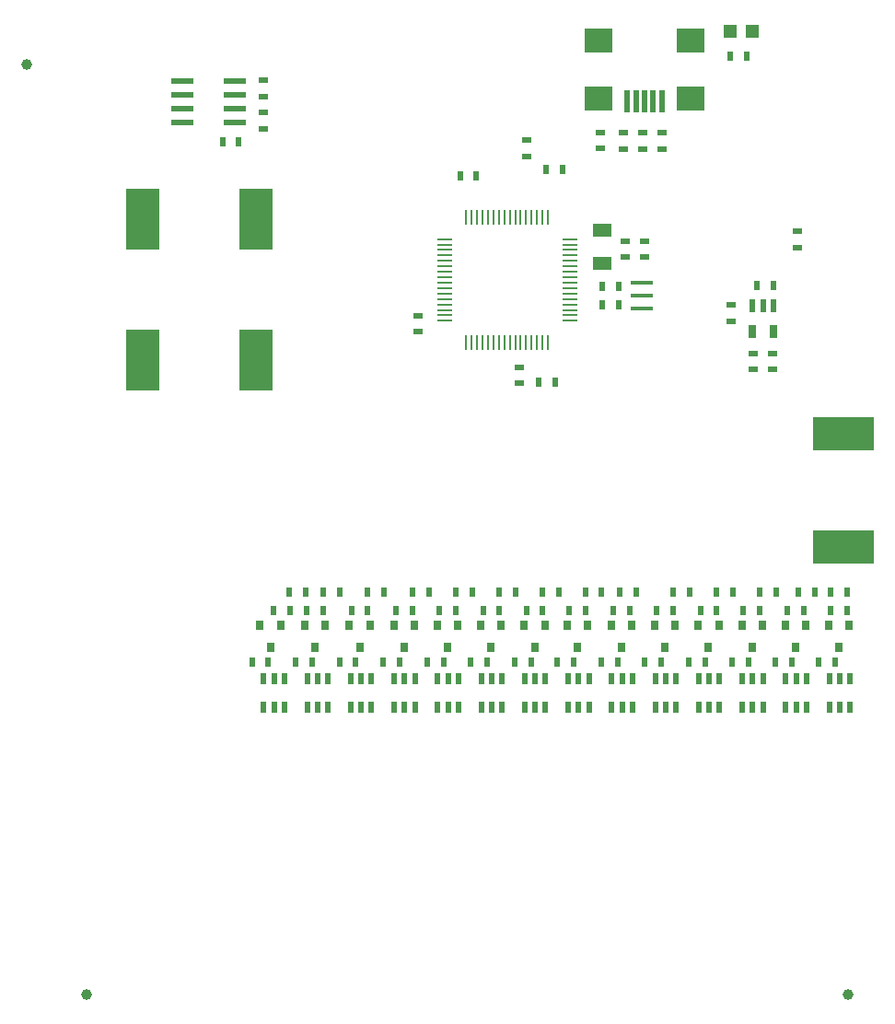
<source format=gtp>
%FSTAX23Y23*%
%MOIN*%
%SFA1B1*%

%IPPOS*%
%ADD10C,0.039400*%
%ADD11R,0.122000X0.220500*%
%ADD12R,0.031500X0.035400*%
%ADD13R,0.023600X0.035400*%
%ADD14R,0.035400X0.023600*%
%ADD15R,0.070900X0.051200*%
%ADD16R,0.027600X0.047200*%
%ADD17R,0.023600X0.047200*%
%ADD18R,0.082700X0.023600*%
%ADD19R,0.047200X0.047200*%
%ADD20R,0.078700X0.015700*%
%ADD21R,0.019700X0.039400*%
%ADD22R,0.010600X0.055100*%
%ADD23R,0.055100X0.010600*%
%ADD24R,0.019700X0.078700*%
%ADD25R,0.098400X0.086600*%
%ADD26R,0.220500X0.122000*%
%LNrelaytester-1*%
%LPD*%
G54D10*
X00098Y03444D03*
X0307Y00078D03*
X00315D03*
G54D11*
X00929Y02885D03*
X00519D03*
X00929Y02374D03*
X00519D03*
G54D12*
X0134Y01413D03*
X01265D03*
X01303Y01334D03*
X03076Y01413D03*
X03002D03*
X03039Y01334D03*
X02446Y01413D03*
X02372D03*
X02409Y01334D03*
X01816Y01413D03*
X01742D03*
X01779Y01334D03*
X01179Y01413D03*
X01104D03*
X01141Y01334D03*
X02919Y01413D03*
X02844D03*
X02881Y01334D03*
X02289Y01413D03*
X02214D03*
X02252Y01334D03*
X01659Y01413D03*
X01584D03*
X01622Y01334D03*
X01017Y01413D03*
X00942D03*
X0098Y01334D03*
X02761Y01413D03*
X02687D03*
X02724Y01334D03*
X02129Y01413D03*
X02055D03*
X02092Y01334D03*
X01502Y01413D03*
X01427D03*
X01464Y01334D03*
X02604Y01413D03*
X02529D03*
X02566Y01334D03*
X01974Y01413D03*
X01899D03*
X01937Y01334D03*
G54D13*
X03009Y01468D03*
X03068D03*
X02379D03*
X02439D03*
X0175D03*
X01809D03*
X01112D03*
X01171D03*
X02222D03*
X02281D03*
X01592D03*
X01651D03*
X00992D03*
X01051D03*
X02692D03*
X02752D03*
X02061D03*
X0212D03*
X01435D03*
X01494D03*
X02537D03*
X02596D03*
X01907D03*
X01966D03*
X01273D03*
X01332D03*
X02742Y02645D03*
X02801D03*
X02037Y03063D03*
X01978D03*
X01952Y02293D03*
X02012D03*
X01726Y03039D03*
X01667D03*
X02704Y03474D03*
X02645D03*
X02181Y02574D03*
X0224D03*
X02181Y02639D03*
X0224D03*
X00866Y03165D03*
X00807D03*
X01391Y01535D03*
X01332D03*
X02025D03*
X01966D03*
X02655D03*
X02596D03*
X01289Y01279D03*
X0123D03*
X01923D03*
X01864D03*
X02553D03*
X02494D03*
X01553Y01535D03*
X01494D03*
X02179D03*
X0212D03*
X02811D03*
X02752D03*
X01448Y01279D03*
X01389D03*
X02078D03*
X02019D03*
X0271D03*
X02651D03*
X01108Y01535D03*
X01049D03*
X0171D03*
X01651D03*
X02305D03*
X02246D03*
X0295D03*
X02891D03*
X00972Y01279D03*
X00913D03*
X01608D03*
X01549D03*
X02238D03*
X02179D03*
X02868D03*
X02809D03*
X0123Y01535D03*
X01171D03*
X01868D03*
X01809D03*
X02498D03*
X02439D03*
X03009D03*
X03068D03*
X01131Y01279D03*
X01072D03*
X01765D03*
X01706D03*
X02395D03*
X02336D03*
X03025D03*
X02966D03*
X02852Y01468D03*
X02911D03*
G54D14*
X02649Y02513D03*
Y02572D03*
X01515Y02535D03*
Y02476D03*
X02263Y02746D03*
Y02805D03*
X00956Y03328D03*
Y03387D03*
X02334Y02746D03*
Y02805D03*
X02889Y02781D03*
Y0284D03*
X02397Y03197D03*
Y03138D03*
X02327Y03197D03*
Y03138D03*
X02257Y03197D03*
Y03138D03*
X02173Y03139D03*
Y03198D03*
X02799Y02398D03*
Y02339D03*
X02728Y02398D03*
Y02339D03*
X01881Y02348D03*
Y02289D03*
X00956Y03269D03*
Y0321D03*
X01909Y03169D03*
Y0311D03*
G54D15*
X02181Y02724D03*
Y02842D03*
G54D16*
X02801Y02476D03*
X02726D03*
G54D17*
X02726Y0257D03*
X02763D03*
X02801D03*
G54D18*
X00661Y03382D03*
Y03332D03*
Y03282D03*
Y03232D03*
X0085Y03382D03*
Y03332D03*
Y03282D03*
Y03232D03*
G54D19*
X02643Y03564D03*
X02726D03*
G54D20*
X02326Y02653D03*
Y02606D03*
Y02559D03*
G54D21*
X01346Y0122D03*
X01309D03*
X01271D03*
Y01118D03*
X01346D03*
X01309D03*
X01939D03*
X01976D03*
X01901D03*
Y0122D03*
X01939D03*
X01976D03*
X02606D03*
X02568D03*
X02531D03*
Y01118D03*
X02606D03*
X02568D03*
X01503Y0122D03*
X01466D03*
X01429D03*
Y01118D03*
X01503D03*
X01466D03*
X02096D03*
X02133D03*
X02059D03*
Y0122D03*
X02096D03*
X02133D03*
X02763D03*
X02726D03*
X02689D03*
Y01118D03*
X02763D03*
X02726D03*
X00994D03*
X01031D03*
X00956D03*
Y0122D03*
X00994D03*
X01031D03*
X01661D03*
X01624D03*
X01586D03*
Y01118D03*
X01661D03*
X01624D03*
X02253D03*
X02291D03*
X02216D03*
Y0122D03*
X02253D03*
X02291D03*
X02921D03*
X02883D03*
X02846D03*
Y01118D03*
X02921D03*
X02883D03*
X01151D03*
X01189D03*
X01114D03*
Y0122D03*
X01151D03*
X01189D03*
X01818D03*
X01781D03*
X01744D03*
Y01118D03*
X01818D03*
X01781D03*
X02411D03*
X02448D03*
X02374D03*
Y0122D03*
X02411D03*
X02448D03*
X03078D03*
X03041D03*
X03003D03*
Y01118D03*
X03078D03*
X03041D03*
G54D22*
X01985Y02437D03*
X01965D03*
X01945D03*
X01926D03*
X01906D03*
X01886D03*
X01867D03*
X01847D03*
X01827D03*
X01807D03*
X01788D03*
X01768D03*
X01748D03*
X01729D03*
X01709D03*
X01689D03*
Y0289D03*
X01709D03*
X01729D03*
X01748D03*
X01768D03*
X01788D03*
X01807D03*
X01827D03*
X01847D03*
X01867D03*
X01886D03*
X01906D03*
X01926D03*
X01945D03*
X01965D03*
X01985D03*
G54D23*
X01611Y02516D03*
Y02536D03*
Y02555D03*
Y02575D03*
Y02595D03*
Y02614D03*
Y02634D03*
Y02654D03*
Y02673D03*
Y02693D03*
Y02713D03*
Y02732D03*
Y02752D03*
Y02772D03*
Y02791D03*
Y02811D03*
X02063D03*
Y02791D03*
Y02772D03*
Y02752D03*
Y02732D03*
Y02713D03*
Y02693D03*
Y02673D03*
Y02654D03*
Y02634D03*
Y02614D03*
Y02595D03*
Y02575D03*
Y02555D03*
Y02536D03*
Y02516D03*
G54D24*
X02272Y03309D03*
X02303D03*
X02335D03*
X02366D03*
X02398D03*
G54D25*
X025Y03321D03*
X02169D03*
X025Y0353D03*
X02169D03*
G54D26*
X03055Y01696D03*
Y02106D03*
M02*
</source>
